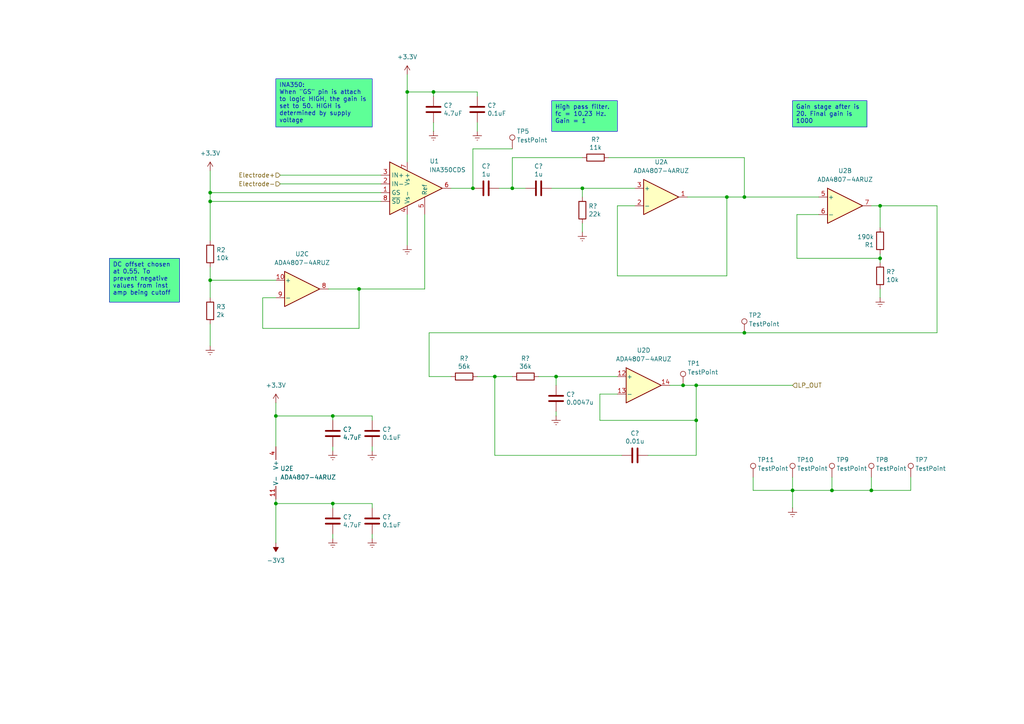
<source format=kicad_sch>
(kicad_sch (version 20250114) (generator "eeschema") (generator_version "9.0")
  (paper "A4")
  (lib_symbols
    (symbol "Amplifier_Operational:ADA4807-4ARUZ" (pin_names (offset 0.127))
      (property "Reference" "U" (at 0 5.08 0))
      (property "Value" "ADA4807-4ARUZ" (at 0 -5.08 0))
      (symbol "ADA4807-4ARUZ_1_1"
        (polyline (pts (xy -5.08 5.08) (xy 5.08 0) (xy -5.08 -5.08) (xy -5.08 5.08)) (stroke (width 0.254)) (fill (type background)))
        (pin input line (at -7.62 2.54 0) (length 2.54) (name "+") (number "3"))
        (pin input line (at -7.62 -2.54 0) (length 2.54) (name "-") (number "2"))
        (pin output line (at 7.62 0 180) (length 2.54) (name "~") (number "1"))
      )
      (symbol "ADA4807-4ARUZ_2_1"
        (polyline (pts (xy -5.08 5.08) (xy 5.08 0) (xy -5.08 -5.08) (xy -5.08 5.08)) (stroke (width 0.254)) (fill (type background)))
        (pin input line (at -7.62 2.54 0) (length 2.54) (name "+") (number "5"))
        (pin input line (at -7.62 -2.54 0) (length 2.54) (name "-") (number "6"))
        (pin output line (at 7.62 0 180) (length 2.54) (name "~") (number "7"))
      )
      (symbol "ADA4807-4ARUZ_3_1"
        (polyline (pts (xy -5.08 5.08) (xy 5.08 0) (xy -5.08 -5.08) (xy -5.08 5.08)) (stroke (width 0.254)) (fill (type background)))
        (pin input line (at -7.62 2.54 0) (length 2.54) (name "+") (number "10"))
        (pin input line (at -7.62 -2.54 0) (length 2.54) (name "-") (number "9"))
        (pin output line (at 7.62 0 180) (length 2.54) (name "~") (number "8"))
      )
      (symbol "ADA4807-4ARUZ_4_1"
        (polyline (pts (xy -5.08 5.08) (xy 5.08 0) (xy -5.08 -5.08) (xy -5.08 5.08)) (stroke (width 0.254)) (fill (type background)))
        (pin input line (at -7.62 2.54 0) (length 2.54) (name "+") (number "12"))
        (pin input line (at -7.62 -2.54 0) (length 2.54) (name "-") (number "13"))
        (pin output line (at 7.62 0 180) (length 2.54) (name "~") (number "14"))
      )
      (symbol "ADA4807-4ARUZ_5_1"
        (pin power_in line (at -2.54 7.62 270) (length 3.81) (name "V+") (number "4"))
        (pin power_in line (at -2.54 -7.62 90) (length 3.81) (name "V-") (number "11"))
      )
    )
    (symbol "Connector:TestPoint" (pin_numbers (hide yes)) (pin_names (offset 0.762) (hide yes))
      (property "Reference" "TP" (at 0 6.858 0))
      (property "Value" "TestPoint" (at 0 5.08 0))
      (symbol "TestPoint_0_1"
        (circle (center 0 3.302) (radius 0.762))
      )
      (symbol "TestPoint_1_1"
        (pin passive line (at 0 0 90) (length 2.54) (name "1") (number "1"))
      )
    )
    (symbol "Device:C" (pin_numbers (hide yes)) (pin_names (offset 0.254))
      (property "Reference" "C" (at 0.635 2.54 0))
      (property "Value" "C" (at 0.635 -2.54 0))
      (symbol "C_0_1"
        (polyline (pts (xy -2.032 0.762) (xy 2.032 0.762)) (stroke (width 0.508)))
        (polyline (pts (xy -2.032 -0.762) (xy 2.032 -0.762)) (stroke (width 0.508)))
      )
      (symbol "C_1_1"
        (pin passive line (at 0 3.81 270) (length 2.794) (name "~") (number "1"))
        (pin passive line (at 0 -3.81 90) (length 2.794) (name "~") (number "2"))
      )
    )
    (symbol "Device:R" (pin_numbers (hide yes)) (pin_names (offset 0))
      (property "Reference" "R" (at 2.032 0 90))
      (property "Value" "R" (at 0 0 90))
      (symbol "R_0_1"
        (rectangle (start -1.016 -2.54) (end 1.016 2.54) (stroke (width 0.254)))
      )
      (symbol "R_1_1"
        (pin passive line (at 0 3.81 270) (length 1.27) (name "~") (number "1"))
        (pin passive line (at 0 -3.81 90) (length 1.27) (name "~") (number "2"))
      )
    )
    (symbol "WillsLibrary:INA350"
      (property "Reference" "U" (at 8.89 3.556 0))
      (symbol "INA350_0_1"
        (polyline (pts (xy -5.08 7.62) (xy -5.08 -7.62) (xy 10.16 0) (xy -5.08 7.62)) (stroke (width 0.254)) (fill (type background)))
      )
      (symbol "INA350_1_1"
        (pin passive line (at -7.62 3.81 0) (length 2.54) (name "IN+") (number "3"))
        (pin passive line (at -7.62 1.27 0) (length 2.54) (name "IN-") (number "2"))
        (pin input line (at -7.62 -1.27 0) (length 2.54) (name "GS") (number "1"))
        (pin input line (at -7.62 -3.81 0) (length 2.54) (name "~{SD}") (number "8"))
        (pin power_in line (at 0 7.62 270) (length 2.54) (name "Vs+") (number "7"))
        (pin power_in line (at 0 -7.62 90) (length 2.54) (name "Vs-") (number "4"))
        (pin passive line (at 5.08 -7.62 90) (length 5.08) (name "Ref") (number "5"))
        (pin output line (at 12.7 0 180) (length 2.54) (name "~") (number "6"))
      )
    )
    (symbol "power:+3.3V" (power) (pin_numbers (hide yes)) (pin_names (offset 0) (hide yes))
      (property "Value" "+3.3V" (at 0 3.556 0))
      (symbol "+3.3V_0_1"
        (polyline (pts (xy -0.762 1.27) (xy 0 2.54)))
        (polyline (pts (xy 0 2.54) (xy 0.762 1.27)))
        (polyline (pts (xy 0 0) (xy 0 2.54)))
      )
      (symbol "+3.3V_1_1"
        (pin power_in line (at 0 0 90) (length 0) (name "~") (number "1"))
      )
    )
    (symbol "power:-3V3" (power) (pin_numbers (hide yes)) (pin_names (offset 0) (hide yes))
      (property "Value" "-3V3" (at 0 3.556 0))
      (symbol "-3V3_0_0"
        (pin power_in line (at 0 0 90) (length 0) (name "~") (number "1"))
      )
      (symbol "-3V3_0_1"
        (polyline (pts (xy 0 0) (xy 0 1.27) (xy 0.762 1.27) (xy 0 2.54) (xy -0.762 1.27) (xy 0 1.27)) (fill (type outline)))
      )
    )
    (symbol "power:Earth" (power) (pin_numbers (hide yes)) (pin_names (offset 0) (hide yes))
      (property "Value" "Earth" (at 0 -3.81 0))
      (symbol "Earth_0_1"
        (polyline (pts (xy -0.635 -1.905) (xy 0.635 -1.905)))
        (polyline (pts (xy -0.127 -2.54) (xy 0.127 -2.54)))
        (polyline (pts (xy 0 -1.27) (xy 0 0)))
        (polyline (pts (xy 1.27 -1.27) (xy -1.27 -1.27)))
      )
      (symbol "Earth_1_1"
        (pin power_in line (at 0 0 270) (length 0) (name "~") (number "1"))
      )
    )
  )
  (text_box "DC offset chosen at 0.55. To prevent negative values from inst amp being cutoff" (at 31.75 74.93 0) (size 20.32 12.7) (margins 0.9525 0.9525 0.9525 0.9525) (fill (type color) (color 94 255 151 1)) (effects (font (size 1.27 1.27)) (justify left top)))
  (text_box "INA350:\nWhen \"GS\" pin is attach to logic HIGH, the gain is set to 50. HIGH is determined by supply voltage\n" (at 80.01 22.86 0) (size 27.94 13.97) (margins 0.9525 0.9525 0.9525 0.9525) (fill (type color) (color 94 255 151 1)) (effects (font (size 1.27 1.27)) (justify left top)))
  (text_box "High pass filter. fc = 10.23 Hz. Gain = 1\n" (at 160.02 29.21 0) (size 19.05 8.89) (margins 0.9525 0.9525 0.9525 0.9525) (fill (type color) (color 94 255 151 1)) (effects (font (size 1.27 1.27)) (justify left top)))
  (text_box "Gain stage after is 20. Final gain is 1000\n" (at 229.87 29.21 0) (size 21.59 7.62) (margins 0.9525 0.9525 0.9525 0.9525) (fill (type color) (color 94 255 151 1)) (effects (font (size 1.27 1.27)) (justify left top)))
  (junction (at 137.16 54.61))
  (junction (at 241.3 142.24))
  (junction (at 215.9 96.52))
  (junction (at 96.52 146.05))
  (junction (at 148.59 54.61))
  (junction (at 60.96 58.42))
  (junction (at 201.93 121.92))
  (junction (at 80.01 146.05))
  (junction (at 210.82 57.15))
  (junction (at 161.29 109.22))
  (junction (at 80.01 120.65))
  (junction (at 229.87 142.24))
  (junction (at 104.14 83.82))
  (junction (at 201.93 111.76))
  (junction (at 60.96 81.28))
  (junction (at 215.9 57.15))
  (junction (at 125.73 26.67))
  (junction (at 198.12 111.76))
  (junction (at 255.27 59.69))
  (junction (at 143.51 109.22))
  (junction (at 252.73 142.24))
  (junction (at 60.96 55.88))
  (junction (at 168.91 54.61))
  (junction (at 96.52 120.65))
  (junction (at 118.11 26.67))
  (junction (at 255.27 74.93))
  (wire (pts (xy 130.81 54.61) (xy 137.16 54.61)))
  (wire (pts (xy 143.51 109.22) (xy 148.59 109.22)))
  (wire (pts (xy 60.96 81.28) (xy 80.01 81.28)))
  (wire (pts (xy 107.95 130.81) (xy 107.95 129.54)))
  (wire (pts (xy 176.53 45.72) (xy 215.9 45.72)))
  (wire (pts (xy 264.16 142.24) (xy 252.73 142.24)))
  (wire (pts (xy 148.59 43.18) (xy 137.16 43.18)))
  (wire (pts (xy 76.2 95.25) (xy 76.2 86.36)))
  (wire (pts (xy 118.11 21.59) (xy 118.11 26.67)))
  (wire (pts (xy 194.31 111.76) (xy 198.12 111.76)))
  (wire (pts (xy 241.3 142.24) (xy 229.87 142.24)))
  (wire (pts (xy 107.95 147.32) (xy 107.95 146.05)))
  (wire (pts (xy 215.9 57.15) (xy 237.49 57.15)))
  (wire (pts (xy 107.95 146.05) (xy 96.52 146.05)))
  (wire (pts (xy 118.11 62.23) (xy 118.11 71.12)))
  (wire (pts (xy 229.87 142.24) (xy 218.44 142.24)))
  (wire (pts (xy 60.96 58.42) (xy 60.96 69.85)))
  (wire (pts (xy 104.14 83.82) (xy 104.14 95.25)))
  (wire (pts (xy 96.52 130.81) (xy 96.52 129.54)))
  (wire (pts (xy 104.14 95.25) (xy 76.2 95.25)))
  (wire (pts (xy 161.29 109.22) (xy 179.07 109.22)))
  (wire (pts (xy 96.52 147.32) (xy 96.52 146.05)))
  (wire (pts (xy 201.93 111.76) (xy 229.87 111.76)))
  (wire (pts (xy 60.96 77.47) (xy 60.96 81.28)))
  (wire (pts (xy 123.19 83.82) (xy 123.19 62.23)))
  (wire (pts (xy 168.91 45.72) (xy 148.59 45.72)))
  (wire (pts (xy 161.29 109.22) (xy 156.21 109.22)))
  (wire (pts (xy 229.87 138.43) (xy 229.87 142.24)))
  (wire (pts (xy 81.28 50.8) (xy 110.49 50.8)))
  (wire (pts (xy 201.93 111.76) (xy 201.93 121.92)))
  (wire (pts (xy 96.52 120.65) (xy 80.01 120.65)))
  (wire (pts (xy 138.43 26.67) (xy 138.43 27.94)))
  (wire (pts (xy 80.01 146.05) (xy 80.01 157.48)))
  (wire (pts (xy 255.27 73.66) (xy 255.27 74.93)))
  (wire (pts (xy 231.14 62.23) (xy 237.49 62.23)))
  (wire (pts (xy 124.46 109.22) (xy 130.81 109.22)))
  (wire (pts (xy 110.49 55.88) (xy 60.96 55.88)))
  (wire (pts (xy 148.59 45.72) (xy 148.59 54.61)))
  (wire (pts (xy 198.12 111.76) (xy 201.93 111.76)))
  (wire (pts (xy 137.16 43.18) (xy 137.16 54.61)))
  (wire (pts (xy 80.01 116.84) (xy 80.01 120.65)))
  (wire (pts (xy 199.39 57.15) (xy 210.82 57.15)))
  (wire (pts (xy 138.43 38.1) (xy 138.43 35.56)))
  (wire (pts (xy 210.82 80.01) (xy 179.07 80.01)))
  (wire (pts (xy 118.11 26.67) (xy 125.73 26.67)))
  (wire (pts (xy 144.78 54.61) (xy 148.59 54.61)))
  (wire (pts (xy 168.91 54.61) (xy 160.02 54.61)))
  (wire (pts (xy 252.73 59.69) (xy 255.27 59.69)))
  (wire (pts (xy 161.29 120.65) (xy 161.29 119.38)))
  (wire (pts (xy 124.46 96.52) (xy 124.46 109.22)))
  (wire (pts (xy 60.96 55.88) (xy 60.96 49.53)))
  (wire (pts (xy 143.51 132.08) (xy 143.51 109.22)))
  (wire (pts (xy 271.78 59.69) (xy 271.78 96.52)))
  (wire (pts (xy 81.28 53.34) (xy 110.49 53.34)))
  (wire (pts (xy 104.14 83.82) (xy 123.19 83.82)))
  (wire (pts (xy 107.95 120.65) (xy 96.52 120.65)))
  (wire (pts (xy 60.96 93.98) (xy 60.96 100.33)))
  (wire (pts (xy 138.43 109.22) (xy 143.51 109.22)))
  (wire (pts (xy 255.27 86.36) (xy 255.27 83.82)))
  (wire (pts (xy 201.93 121.92) (xy 173.99 121.92)))
  (wire (pts (xy 60.96 58.42) (xy 60.96 55.88)))
  (wire (pts (xy 231.14 74.93) (xy 231.14 62.23)))
  (wire (pts (xy 96.52 156.21) (xy 96.52 154.94)))
  (wire (pts (xy 168.91 67.31) (xy 168.91 64.77)))
  (wire (pts (xy 231.14 74.93) (xy 255.27 74.93)))
  (wire (pts (xy 271.78 96.52) (xy 215.9 96.52)))
  (wire (pts (xy 107.95 121.92) (xy 107.95 120.65)))
  (wire (pts (xy 241.3 138.43) (xy 241.3 142.24)))
  (wire (pts (xy 161.29 111.76) (xy 161.29 109.22)))
  (wire (pts (xy 215.9 45.72) (xy 215.9 57.15)))
  (wire (pts (xy 264.16 138.43) (xy 264.16 142.24)))
  (wire (pts (xy 60.96 81.28) (xy 60.96 86.36)))
  (wire (pts (xy 201.93 121.92) (xy 201.93 132.08)))
  (wire (pts (xy 255.27 59.69) (xy 271.78 59.69)))
  (wire (pts (xy 180.34 132.08) (xy 143.51 132.08)))
  (wire (pts (xy 173.99 121.92) (xy 173.99 114.3)))
  (wire (pts (xy 96.52 121.92) (xy 96.52 120.65)))
  (wire (pts (xy 96.52 146.05) (xy 80.01 146.05)))
  (wire (pts (xy 179.07 59.69) (xy 184.15 59.69)))
  (wire (pts (xy 80.01 146.05) (xy 80.01 144.78)))
  (wire (pts (xy 80.01 120.65) (xy 80.01 129.54)))
  (wire (pts (xy 210.82 57.15) (xy 215.9 57.15)))
  (wire (pts (xy 229.87 142.24) (xy 229.87 147.32)))
  (wire (pts (xy 125.73 27.94) (xy 125.73 26.67)))
  (wire (pts (xy 148.59 54.61) (xy 152.4 54.61)))
  (wire (pts (xy 218.44 142.24) (xy 218.44 138.43)))
  (wire (pts (xy 76.2 86.36) (xy 80.01 86.36)))
  (wire (pts (xy 215.9 96.52) (xy 124.46 96.52)))
  (wire (pts (xy 107.95 156.21) (xy 107.95 154.94)))
  (wire (pts (xy 125.73 26.67) (xy 138.43 26.67)))
  (wire (pts (xy 168.91 54.61) (xy 184.15 54.61)))
  (wire (pts (xy 255.27 74.93) (xy 255.27 76.2)))
  (wire (pts (xy 95.25 83.82) (xy 104.14 83.82)))
  (wire (pts (xy 168.91 54.61) (xy 168.91 57.15)))
  (wire (pts (xy 252.73 138.43) (xy 252.73 142.24)))
  (wire (pts (xy 252.73 142.24) (xy 241.3 142.24)))
  (wire (pts (xy 173.99 114.3) (xy 179.07 114.3)))
  (wire (pts (xy 125.73 38.1) (xy 125.73 35.56)))
  (wire (pts (xy 210.82 57.15) (xy 210.82 80.01)))
  (wire (pts (xy 201.93 132.08) (xy 187.96 132.08)))
  (wire (pts (xy 118.11 26.67) (xy 118.11 46.99)))
  (wire (pts (xy 179.07 59.69) (xy 179.07 80.01)))
  (wire (pts (xy 255.27 59.69) (xy 255.27 66.04)))
  (wire (pts (xy 60.96 58.42) (xy 110.49 58.42)))
  (hierarchical_label "Electrode-" (shape input) (at 81.28 53.34 180))
  (hierarchical_label "Electrode+" (shape input) (at 81.28 50.8 180))
  (hierarchical_label "LP_OUT" (shape input) (at 229.87 111.76 0))
  (symbol (lib_id "Device:C") (at 140.97 54.61 270) (unit 1)
    (property "Reference" "C9" (at 140.97 48.2092 90))
    (property "Value" "1u" (at 140.97 50.5206 90))
    (property "Footprint" "Capacitor_SMD:C_0603_1608Metric_Pad1.08x0.95mm_HandSolder" (effects (hide yes)))
    (instances (project "" (path "" (reference "C?") (unit 1)) (path "" (reference "C9") (unit 1))))
  )
  (symbol (lib_id "Device:C") (at 156.21 54.61 270) (unit 1)
    (property "Reference" "C10" (at 156.21 48.2092 90))
    (property "Value" "1u" (at 156.21 50.5206 90))
    (property "Footprint" "Capacitor_SMD:C_0603_1608Metric_Pad1.08x0.95mm_HandSolder" (effects (hide yes)))
    (instances (project "" (path "" (reference "C?") (unit 1)) (path "" (reference "C10") (unit 1))))
  )
  (symbol (lib_id "Device:R") (at 168.91 60.96 0) (unit 1)
    (property "Reference" "R10" (at 170.688 59.7916 0) (effects (justify left)))
    (property "Value" "22k" (at 170.688 62.103 0) (effects (justify left)))
    (property "Footprint" "Resistor_SMD:R_0603_1608Metric_Pad0.98x0.95mm_HandSolder" (effects (hide yes)))
    (instances (project "" (path "" (reference "R?") (unit 1)) (path "" (reference "R10") (unit 1))))
  )
  (symbol (lib_id "power:Earth") (at 168.91 67.31 0) (unit 1)
    (property "Reference" "#PWR012" (effects (hide yes)))
    (property "Value" "Earth" (effects (hide yes)))
    (instances (project "" (path "" (reference "#PWR?") (unit 1)) (path "" (reference "#PWR012") (unit 1))))
  )
  (symbol (lib_id "Device:R") (at 255.27 80.01 0) (unit 1)
    (property "Reference" "R12" (at 257.048 78.8416 0) (effects (justify left)))
    (property "Value" "10k" (at 257.048 81.153 0) (effects (justify left)))
    (property "Footprint" "Resistor_SMD:R_0603_1608Metric_Pad0.98x0.95mm_HandSolder" (effects (hide yes)))
    (instances (project "" (path "" (reference "R?") (unit 1)) (path "" (reference "R12") (unit 1))))
  )
  (symbol (lib_id "power:Earth") (at 255.27 86.36 0) (unit 1)
    (property "Reference" "#PWR015" (effects (hide yes)))
    (property "Value" "Earth" (effects (hide yes)))
    (instances (project "" (path "" (reference "#PWR?") (unit 1)) (path "" (reference "#PWR015") (unit 1))))
  )
  (symbol (lib_id "Device:C") (at 161.29 115.57 180) (unit 1)
    (property "Reference" "C11" (at 164.211 114.4016 0) (effects (justify right)))
    (property "Value" "0.0047u" (at 164.211 116.713 0) (effects (justify right)))
    (property "Footprint" "Capacitor_SMD:C_0603_1608Metric_Pad1.08x0.95mm_HandSolder" (effects (hide yes)))
    (instances (project "" (path "" (reference "C?") (unit 1)) (path "" (reference "C11") (unit 1))))
  )
  (symbol (lib_id "Device:C") (at 184.15 132.08 90) (unit 1)
    (property "Reference" "C12" (at 184.15 125.6792 90))
    (property "Value" "0.01u" (at 184.15 127.9906 90))
    (property "Footprint" "Capacitor_SMD:C_0603_1608Metric_Pad1.08x0.95mm_HandSolder" (effects (hide yes)))
    (instances (project "" (path "" (reference "C?") (unit 1)) (path "" (reference "C12") (unit 1))))
  )
  (symbol (lib_id "power:Earth") (at 161.29 120.65 0) (unit 1)
    (property "Reference" "#PWR011" (effects (hide yes)))
    (property "Value" "Earth" (effects (hide yes)))
    (instances (project "" (path "" (reference "#PWR?") (unit 1)) (path "" (reference "#PWR011") (unit 1))))
  )
  (symbol (lib_id "Device:R") (at 172.72 45.72 270) (unit 1)
    (property "Reference" "R11" (at 172.72 40.4622 90))
    (property "Value" "11k" (at 172.72 42.7736 90))
    (property "Footprint" "Resistor_SMD:R_0603_1608Metric_Pad0.98x0.95mm_HandSolder" (effects (hide yes)))
    (instances (project "" (path "" (reference "R?") (unit 1)) (path "" (reference "R11") (unit 1))))
  )
  (symbol (lib_id "Device:R") (at 134.62 109.22 270) (unit 1)
    (property "Reference" "R8" (at 134.62 103.9622 90))
    (property "Value" "56k" (at 134.62 106.2736 90))
    (property "Footprint" "Resistor_SMD:R_0603_1608Metric_Pad0.98x0.95mm_HandSolder" (effects (hide yes)))
    (instances (project "" (path "" (reference "R?") (unit 1)) (path "" (reference "R8") (unit 1))))
  )
  (symbol (lib_id "Device:R") (at 152.4 109.22 270) (unit 1)
    (property "Reference" "R9" (at 152.4 103.9622 90))
    (property "Value" "36k" (at 152.4 106.2736 90))
    (property "Footprint" "Resistor_SMD:R_0603_1608Metric_Pad0.98x0.95mm_HandSolder" (effects (hide yes)))
    (instances (project "" (path "" (reference "R?") (unit 1)) (path "" (reference "R9") (unit 1))))
  )
  (symbol (lib_id "Device:C") (at 125.73 31.75 180) (unit 1)
    (property "Reference" "C6" (at 128.651 30.5816 0) (effects (justify right)))
    (property "Value" "4.7uF" (at 128.651 32.893 0) (effects (justify right)))
    (property "Footprint" "Capacitor_SMD:C_0603_1608Metric_Pad1.08x0.95mm_HandSolder" (effects (hide yes)))
    (instances (project "" (path "" (reference "C?") (unit 1)) (path "" (reference "C6") (unit 1))))
  )
  (symbol (lib_id "Device:C") (at 138.43 31.75 180) (unit 1)
    (property "Reference" "C8" (at 141.351 30.5816 0) (effects (justify right)))
    (property "Value" "0.1uF" (at 141.351 32.893 0) (effects (justify right)))
    (property "Footprint" "Capacitor_SMD:C_0603_1608Metric_Pad1.08x0.95mm_HandSolder" (effects (hide yes)))
    (instances (project "" (path "" (reference "C?") (unit 1)) (path "" (reference "C8") (unit 1))))
  )
  (symbol (lib_id "power:Earth") (at 125.73 38.1 0) (unit 1)
    (property "Reference" "#PWR07" (effects (hide yes)))
    (property "Value" "Earth" (effects (hide yes)))
    (instances (project "" (path "" (reference "#PWR?") (unit 1)) (path "" (reference "#PWR07") (unit 1))))
  )
  (symbol (lib_id "power:Earth") (at 138.43 38.1 0) (unit 1)
    (property "Reference" "#PWR010" (effects (hide yes)))
    (property "Value" "Earth" (effects (hide yes)))
    (instances (project "" (path "" (reference "#PWR?") (unit 1)) (path "" (reference "#PWR010") (unit 1))))
  )
  (symbol (lib_id "Connector:TestPoint") (at 215.9 96.52 0) (unit 1)
    (property "Reference" "TP2" (at 217.17 91.44 0) (effects (justify left)))
    (property "Value" "TestPoint" (at 217.17 93.98 0) (effects (justify left)))
    (property "Footprint" "Connector_PinHeader_2.54mm:PinHeader_1x01_P2.54mm_Vertical" (effects (hide yes)))
  )
  (symbol (lib_id "Connector:TestPoint") (at 198.12 111.76 0) (unit 1)
    (property "Reference" "TP1" (at 199.39 105.41 0) (effects (justify left)))
    (property "Value" "TestPoint" (at 199.39 107.95 0) (effects (justify left)))
    (property "Footprint" "Connector_PinHeader_2.54mm:PinHeader_1x01_P2.54mm_Vertical" (effects (hide yes)))
  )
  (symbol (lib_id "Device:C") (at 96.52 125.73 180) (unit 1)
    (property "Reference" "C13" (at 99.441 124.5616 0) (effects (justify right)))
    (property "Value" "4.7uF" (at 99.441 126.873 0) (effects (justify right)))
    (property "Footprint" "Capacitor_SMD:C_0603_1608Metric_Pad1.08x0.95mm_HandSolder" (effects (hide yes)))
    (instances (project "" (path "" (reference "C?") (unit 1)) (path "" (reference "C13") (unit 1))))
  )
  (symbol (lib_id "power:Earth") (at 96.52 130.81 0) (unit 1)
    (property "Reference" "#PWR013" (effects (hide yes)))
    (property "Value" "Earth" (effects (hide yes)))
    (instances (project "" (path "" (reference "#PWR?") (unit 1)) (path "" (reference "#PWR013") (unit 1))))
  )
  (symbol (lib_id "Device:C") (at 107.95 125.73 180) (unit 1)
    (property "Reference" "C15" (at 110.871 124.5616 0) (effects (justify right)))
    (property "Value" "0.1uF" (at 110.871 126.873 0) (effects (justify right)))
    (property "Footprint" "Capacitor_SMD:C_0603_1608Metric_Pad1.08x0.95mm_HandSolder" (effects (hide yes)))
    (instances (project "" (path "" (reference "C?") (unit 1)) (path "" (reference "C15") (unit 1))))
  )
  (symbol (lib_id "power:Earth") (at 107.95 130.81 0) (unit 1)
    (property "Reference" "#PWR016" (effects (hide yes)))
    (property "Value" "Earth" (effects (hide yes)))
    (instances (project "" (path "" (reference "#PWR?") (unit 1)) (path "" (reference "#PWR016") (unit 1))))
  )
  (symbol (lib_id "Device:C") (at 96.52 151.13 180) (unit 1)
    (property "Reference" "C14" (at 99.441 149.9616 0) (effects (justify right)))
    (property "Value" "4.7uF" (at 99.441 152.273 0) (effects (justify right)))
    (property "Footprint" "Capacitor_SMD:C_0603_1608Metric_Pad1.08x0.95mm_HandSolder" (effects (hide yes)))
    (instances (project "" (path "" (reference "C?") (unit 1)) (path "" (reference "C14") (unit 1))))
  )
  (symbol (lib_id "Device:C") (at 107.95 151.13 180) (unit 1)
    (property "Reference" "C16" (at 110.871 149.9616 0) (effects (justify right)))
    (property "Value" "0.1uF" (at 110.871 152.273 0) (effects (justify right)))
    (property "Footprint" "Capacitor_SMD:C_0603_1608Metric_Pad1.08x0.95mm_HandSolder" (effects (hide yes)))
    (instances (project "" (path "" (reference "C?") (unit 1)) (path "" (reference "C16") (unit 1))))
  )
  (symbol (lib_id "power:Earth") (at 96.52 156.21 0) (unit 1)
    (property "Reference" "#PWR014" (effects (hide yes)))
    (property "Value" "Earth" (effects (hide yes)))
    (instances (project "" (path "" (reference "#PWR?") (unit 1)) (path "" (reference "#PWR014") (unit 1))))
  )
  (symbol (lib_id "power:Earth") (at 107.95 156.21 0) (unit 1)
    (property "Reference" "#PWR017" (effects (hide yes)))
    (property "Value" "Earth" (effects (hide yes)))
    (instances (project "" (path "" (reference "#PWR?") (unit 1)) (path "" (reference "#PWR017") (unit 1))))
  )
  (symbol (lib_id "Amplifier_Operational:ADA4807-4ARUZ") (at 87.63 83.82 0) (unit 3)
    (property "Reference" "U2" (at 87.63 73.66 0))
    (property "Value" "ADA4807-4ARUZ" (at 87.63 76.2 0))
    (property "Footprint" "Package_SO:TSSOP-14_4.4x5mm_P0.65mm" (effects (hide yes)))
    (property "Datasheet" "https://www.analog.com/media/en/technical-documentation/data-sheets/ADA4807-1_4807-2_4807-4.pdf" (effects (hide yes)))
    (property "Description" "Quad Rail-to-Rail Input/Output Amplifiers, TSSOP-14" (effects (hide yes)))
  )
  (symbol (lib_id "WillsLibrary:INA350") (at 118.11 54.61 0) (unit 1)
    (property "Reference" "U1" (at 125.984 46.736 0))
    (property "Value" "INA350CDS" (at 129.794 49.276 0))
    (property "Footprint" "Wills_FootprintLibrary:SOT-23-THIN" (effects (hide yes)))
  )
  (symbol (lib_id "Connector:TestPoint") (at 218.44 138.43 0) (unit 1)
    (property "Reference" "TP11" (at 219.71 133.35 0) (effects (justify left)))
    (property "Value" "TestPoint" (at 219.71 135.89 0) (effects (justify left)))
    (property "Footprint" "Connector_PinHeader_2.54mm:PinHeader_1x01_P2.54mm_Vertical" (effects (hide yes)))
  )
  (symbol (lib_id "power:+3.3V") (at 60.96 49.53 0) (unit 1)
    (property "Reference" "#PWR01" (effects (hide yes)))
    (property "Value" "+3.3V" (at 60.96 44.45 0))
    (property "Description" "Power symbol creates a global label with name \"+3.3V\"" (effects (hide yes)))
  )
  (symbol (lib_id "Connector:TestPoint") (at 252.73 138.43 0) (unit 1)
    (property "Reference" "TP8" (at 254 133.35 0) (effects (justify left)))
    (property "Value" "TestPoint" (at 254 135.89 0) (effects (justify left)))
    (property "Footprint" "Connector_PinHeader_2.54mm:PinHeader_1x01_P2.54mm_Vertical" (effects (hide yes)))
  )
  (symbol (lib_id "Connector:TestPoint") (at 241.3 138.43 0) (unit 1)
    (property "Reference" "TP9" (at 242.57 133.35 0) (effects (justify left)))
    (property "Value" "TestPoint" (at 242.57 135.89 0) (effects (justify left)))
    (property "Footprint" "Connector_PinHeader_2.54mm:PinHeader_1x01_P2.54mm_Vertical" (effects (hide yes)))
  )
  (symbol (lib_id "Amplifier_Operational:ADA4807-4ARUZ") (at 82.55 137.16 0) (unit 5)
    (property "Reference" "U2" (at 81.28 135.8899 0) (effects (justify left)))
    (property "Value" "ADA4807-4ARUZ" (at 81.28 138.4299 0) (effects (justify left)))
    (property "Footprint" "Package_SO:TSSOP-14_4.4x5mm_P0.65mm" (effects (hide yes)))
    (property "Datasheet" "https://www.analog.com/media/en/technical-documentation/data-sheets/ADA4807-1_4807-2_4807-4.pdf" (effects (hide yes)))
    (property "Description" "Quad Rail-to-Rail Input/Output Amplifiers, TSSOP-14" (effects (hide yes)))
  )
  (symbol (lib_id "power:+3.3V") (at 118.11 21.59 0) (unit 1)
    (property "Reference" "#PWR032" (effects (hide yes)))
    (property "Value" "+3.3V" (at 118.11 16.51 0))
    (property "Description" "Power symbol creates a global label with name \"+3.3V\"" (effects (hide yes)))
  )
  (symbol (lib_id "Amplifier_Operational:ADA4807-4ARUZ") (at 191.77 57.15 0) (unit 1)
    (property "Reference" "U2" (at 191.77 46.99 0))
    (property "Value" "ADA4807-4ARUZ" (at 191.77 49.53 0))
    (property "Footprint" "Package_SO:TSSOP-14_4.4x5mm_P0.65mm" (effects (hide yes)))
    (property "Datasheet" "https://www.analog.com/media/en/technical-documentation/data-sheets/ADA4807-1_4807-2_4807-4.pdf" (effects (hide yes)))
    (property "Description" "Quad Rail-to-Rail Input/Output Amplifiers, TSSOP-14" (effects (hide yes)))
  )
  (symbol (lib_id "Amplifier_Operational:ADA4807-4ARUZ") (at 245.11 59.69 0) (unit 2)
    (property "Reference" "U2" (at 245.11 49.53 0))
    (property "Value" "ADA4807-4ARUZ" (at 245.11 52.07 0))
    (property "Footprint" "Package_SO:TSSOP-14_4.4x5mm_P0.65mm" (effects (hide yes)))
    (property "Datasheet" "https://www.analog.com/media/en/technical-documentation/data-sheets/ADA4807-1_4807-2_4807-4.pdf" (effects (hide yes)))
    (property "Description" "Quad Rail-to-Rail Input/Output Amplifiers, TSSOP-14" (effects (hide yes)))
  )
  (symbol (lib_id "power:Earth") (at 60.96 100.33 0) (unit 1)
    (property "Reference" "#PWR047" (effects (hide yes)))
    (property "Value" "Earth" (effects (hide yes)))
  )
  (symbol (lib_id "Amplifier_Operational:ADA4807-4ARUZ") (at 186.69 111.76 0) (unit 4)
    (property "Reference" "U2" (at 186.69 101.6 0))
    (property "Value" "ADA4807-4ARUZ" (at 186.69 104.14 0))
    (property "Footprint" "Package_SO:TSSOP-14_4.4x5mm_P0.65mm" (effects (hide yes)))
    (property "Datasheet" "https://www.analog.com/media/en/technical-documentation/data-sheets/ADA4807-1_4807-2_4807-4.pdf" (effects (hide yes)))
    (property "Description" "Quad Rail-to-Rail Input/Output Amplifiers, TSSOP-14" (effects (hide yes)))
  )
  (symbol (lib_id "Device:R") (at 255.27 69.85 180) (unit 1)
    (property "Reference" "R1" (at 253.492 71.0184 0) (effects (justify left)))
    (property "Value" "190k" (at 253.492 68.707 0) (effects (justify left)))
    (property "Footprint" "Resistor_SMD:R_0603_1608Metric_Pad0.98x0.95mm_HandSolder" (effects (hide yes)))
  )
  (symbol (lib_id "Connector:TestPoint") (at 229.87 138.43 0) (unit 1)
    (property "Reference" "TP10" (at 231.14 133.35 0) (effects (justify left)))
    (property "Value" "TestPoint" (at 231.14 135.89 0) (effects (justify left)))
    (property "Footprint" "Connector_PinHeader_2.54mm:PinHeader_1x01_P2.54mm_Vertical" (effects (hide yes)))
  )
  (symbol (lib_id "power:-3V3") (at 80.01 157.48 180) (unit 1)
    (property "Reference" "#PWR040" (effects (hide yes)))
    (property "Value" "-3V3" (at 80.01 162.56 0))
    (property "Description" "Power symbol creates a global label with name \"-3V3\"" (effects (hide yes)))
  )
  (symbol (lib_id "power:Earth") (at 229.87 147.32 0) (unit 1)
    (property "Reference" "#PWR048" (effects (hide yes)))
    (property "Value" "Earth" (effects (hide yes)))
  )
  (symbol (lib_id "Device:R") (at 60.96 90.17 0) (unit 1)
    (property "Reference" "R3" (at 62.738 89.0016 0) (effects (justify left)))
    (property "Value" "2k" (at 62.738 91.313 0) (effects (justify left)))
    (property "Footprint" "Resistor_SMD:R_0603_1608Metric_Pad0.98x0.95mm_HandSolder" (effects (hide yes)))
  )
  (symbol (lib_id "power:+3.3V") (at 80.01 116.84 0) (unit 1)
    (property "Reference" "#PWR036" (effects (hide yes)))
    (property "Value" "+3.3V" (at 80.01 111.76 0))
    (property "Description" "Power symbol creates a global label with name \"+3.3V\"" (effects (hide yes)))
  )
  (symbol (lib_id "Connector:TestPoint") (at 148.59 43.18 0) (unit 1)
    (property "Reference" "TP5" (at 149.86 38.1 0) (effects (justify left)))
    (property "Value" "TestPoint" (at 149.86 40.64 0) (effects (justify left)))
    (property "Footprint" "Connector_PinHeader_2.54mm:PinHeader_1x01_P2.54mm_Vertical" (effects (hide yes)))
  )
  (symbol (lib_id "Device:R") (at 60.96 73.66 0) (unit 1)
    (property "Reference" "R2" (at 62.738 72.4916 0) (effects (justify left)))
    (property "Value" "10k" (at 62.738 74.803 0) (effects (justify left)))
    (property "Footprint" "Resistor_SMD:R_0603_1608Metric_Pad0.98x0.95mm_HandSolder" (effects (hide yes)))
  )
  (symbol (lib_id "Connector:TestPoint") (at 264.16 138.43 0) (unit 1)
    (property "Reference" "TP7" (at 265.43 133.35 0) (effects (justify left)))
    (property "Value" "TestPoint" (at 265.43 135.89 0) (effects (justify left)))
    (property "Footprint" "Connector_PinHeader_2.54mm:PinHeader_1x01_P2.54mm_Vertical" (effects (hide yes)))
  )
  (symbol (lib_id "power:Earth") (at 118.11 71.12 0) (unit 1)
    (property "Reference" "#PWR06" (effects (hide yes)))
    (property "Value" "Earth" (effects (hide yes)))
  )
)
</source>
